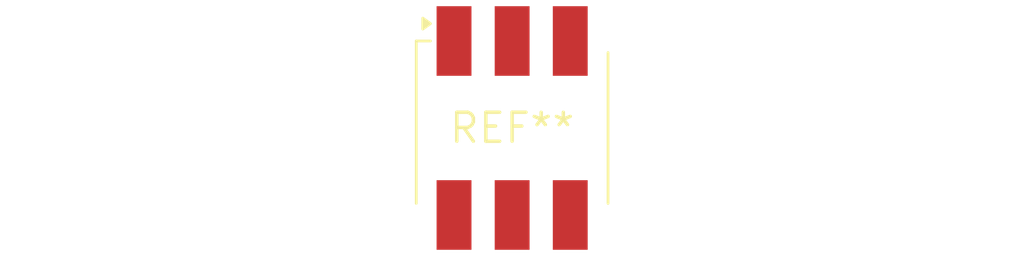
<source format=kicad_pcb>
(kicad_pcb (version 20240108) (generator pcbnew)
  (layers (0 "F.Cu" signal) (31 "B.Cu" signal) (34 "B.Paste" user) (35 "F.Paste" user) (36 "B.SilkS" user "B.Silkscreen") (37 "F.SilkS" user "F.Silkscreen") (38 "B.Mask" user) (39 "F.Mask" user) (44 "Edge.Cuts" user))
  (net 0 "")
  (footprint "Mini-Circuits_QQQ130_ClockwisePinNumbering" (layer "F.Cu") (at 0 0)
    (property "Reference" "REF**")
    (property "Value" "Mini-Circuits_QQQ130_ClockwisePinNumbering")
    (fp_line (start -4.191 -3.81) (end -4.191 3.302) (layer "F.SilkS") (stroke (width 0.12)))
    (fp_line (start -3.57 -3.81) (end -4.191 -3.81) (layer "F.SilkS") (stroke (width 0.12)))
    (fp_line (start 4.191 -3.302) (end 4.191 3.302) (layer "F.SilkS") (stroke (width 0.12)))
    (fp_poly (pts (xy -3.57 -4.572) (xy -3.906 -4.332) (xy -3.906 -4.812) (xy -3.57 -4.572)) (layer "F.SilkS") (stroke (width 0.12)) (fill solid))
    (pad "1" smd rect (at -2.54 -3.81) (size 1.524 3.048) (layers "F.Cu" "F.Paste" "F.Mask"))
    (pad "2" smd rect (at 0 -3.81) (size 1.524 3.048) (layers "F.Cu" "F.Paste" "F.Mask"))
    (pad "3" smd rect (at 2.54 -3.81) (size 1.524 3.048) (layers "F.Cu" "F.Paste" "F.Mask"))
    (pad "4" smd rect (at 2.54 3.81) (size 1.524 3.048) (layers "F.Cu" "F.Paste" "F.Mask"))
    (pad "5" smd rect (at 0 3.81) (size 1.524 3.048) (layers "F.Cu" "F.Paste" "F.Mask"))
    (pad "6" smd rect (at -2.54 3.81) (size 1.524 3.048) (layers "F.Cu" "F.Paste" "F.Mask"))
  )
)
</source>
